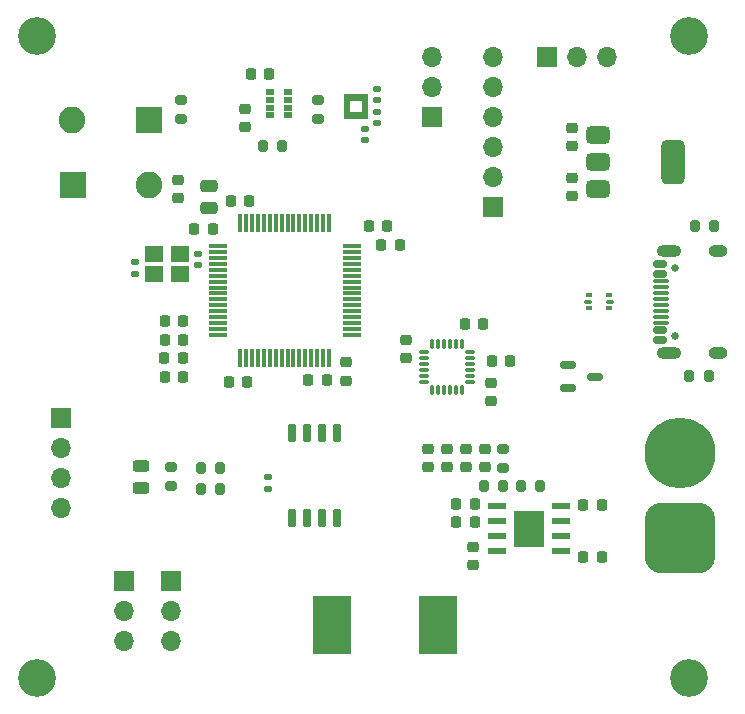
<source format=gbr>
%TF.GenerationSoftware,KiCad,Pcbnew,8.0.5*%
%TF.CreationDate,2024-09-26T23:28:09-07:00*%
%TF.ProjectId,STM32F405 Flight Controller,53544d33-3246-4343-9035-20466c696768,rev?*%
%TF.SameCoordinates,Original*%
%TF.FileFunction,Soldermask,Top*%
%TF.FilePolarity,Negative*%
%FSLAX46Y46*%
G04 Gerber Fmt 4.6, Leading zero omitted, Abs format (unit mm)*
G04 Created by KiCad (PCBNEW 8.0.5) date 2024-09-26 23:28:09*
%MOMM*%
%LPD*%
G01*
G04 APERTURE LIST*
G04 Aperture macros list*
%AMRoundRect*
0 Rectangle with rounded corners*
0 $1 Rounding radius*
0 $2 $3 $4 $5 $6 $7 $8 $9 X,Y pos of 4 corners*
0 Add a 4 corners polygon primitive as box body*
4,1,4,$2,$3,$4,$5,$6,$7,$8,$9,$2,$3,0*
0 Add four circle primitives for the rounded corners*
1,1,$1+$1,$2,$3*
1,1,$1+$1,$4,$5*
1,1,$1+$1,$6,$7*
1,1,$1+$1,$8,$9*
0 Add four rect primitives between the rounded corners*
20,1,$1+$1,$2,$3,$4,$5,0*
20,1,$1+$1,$4,$5,$6,$7,0*
20,1,$1+$1,$6,$7,$8,$9,0*
20,1,$1+$1,$8,$9,$2,$3,0*%
G04 Aperture macros list end*
%ADD10C,0.010000*%
%ADD11RoundRect,0.250000X0.475000X-0.250000X0.475000X0.250000X-0.475000X0.250000X-0.475000X-0.250000X0*%
%ADD12C,0.650000*%
%ADD13RoundRect,0.150000X0.450000X-0.150000X0.450000X0.150000X-0.450000X0.150000X-0.450000X-0.150000X0*%
%ADD14RoundRect,0.075000X0.575000X-0.075000X0.575000X0.075000X-0.575000X0.075000X-0.575000X-0.075000X0*%
%ADD15O,2.100000X1.000000*%
%ADD16O,1.600000X1.000000*%
%ADD17RoundRect,0.225000X-0.250000X0.225000X-0.250000X-0.225000X0.250000X-0.225000X0.250000X0.225000X0*%
%ADD18RoundRect,0.225000X0.225000X0.250000X-0.225000X0.250000X-0.225000X-0.250000X0.225000X-0.250000X0*%
%ADD19RoundRect,0.200000X0.200000X0.275000X-0.200000X0.275000X-0.200000X-0.275000X0.200000X-0.275000X0*%
%ADD20RoundRect,0.218750X-0.218750X-0.256250X0.218750X-0.256250X0.218750X0.256250X-0.218750X0.256250X0*%
%ADD21RoundRect,0.200000X0.275000X-0.200000X0.275000X0.200000X-0.275000X0.200000X-0.275000X-0.200000X0*%
%ADD22R,2.600000X3.100000*%
%ADD23R,1.550000X0.600000*%
%ADD24R,2.250000X2.250000*%
%ADD25C,2.250000*%
%ADD26RoundRect,0.140000X0.170000X-0.140000X0.170000X0.140000X-0.170000X0.140000X-0.170000X-0.140000X0*%
%ADD27RoundRect,0.140000X-0.170000X0.140000X-0.170000X-0.140000X0.170000X-0.140000X0.170000X0.140000X0*%
%ADD28RoundRect,0.225000X-0.225000X-0.250000X0.225000X-0.250000X0.225000X0.250000X-0.225000X0.250000X0*%
%ADD29RoundRect,0.075000X-0.700000X-0.075000X0.700000X-0.075000X0.700000X0.075000X-0.700000X0.075000X0*%
%ADD30RoundRect,0.075000X-0.075000X-0.700000X0.075000X-0.700000X0.075000X0.700000X-0.075000X0.700000X0*%
%ADD31RoundRect,0.093750X0.156250X0.093750X-0.156250X0.093750X-0.156250X-0.093750X0.156250X-0.093750X0*%
%ADD32RoundRect,0.075000X0.250000X0.075000X-0.250000X0.075000X-0.250000X-0.075000X0.250000X-0.075000X0*%
%ADD33RoundRect,0.135000X-0.185000X0.135000X-0.185000X-0.135000X0.185000X-0.135000X0.185000X0.135000X0*%
%ADD34R,1.700000X1.700000*%
%ADD35O,1.700000X1.700000*%
%ADD36RoundRect,0.200000X-0.200000X-0.275000X0.200000X-0.275000X0.200000X0.275000X-0.200000X0.275000X0*%
%ADD37C,3.200000*%
%ADD38RoundRect,0.150000X0.150000X-0.650000X0.150000X0.650000X-0.150000X0.650000X-0.150000X-0.650000X0*%
%ADD39RoundRect,0.102000X-0.250000X-0.175000X0.250000X-0.175000X0.250000X0.175000X-0.250000X0.175000X0*%
%ADD40RoundRect,1.500000X1.500000X-1.500000X1.500000X1.500000X-1.500000X1.500000X-1.500000X-1.500000X0*%
%ADD41C,6.000000*%
%ADD42RoundRect,0.375000X-0.625000X-0.375000X0.625000X-0.375000X0.625000X0.375000X-0.625000X0.375000X0*%
%ADD43RoundRect,0.500000X-0.500000X-1.400000X0.500000X-1.400000X0.500000X1.400000X-0.500000X1.400000X0*%
%ADD44RoundRect,0.225000X0.250000X-0.225000X0.250000X0.225000X-0.250000X0.225000X-0.250000X-0.225000X0*%
%ADD45R,3.175000X4.950000*%
%ADD46RoundRect,0.102000X-0.700000X0.600000X-0.700000X-0.600000X0.700000X-0.600000X0.700000X0.600000X0*%
%ADD47RoundRect,0.243750X0.456250X-0.243750X0.456250X0.243750X-0.456250X0.243750X-0.456250X-0.243750X0*%
%ADD48RoundRect,0.200000X-0.275000X0.200000X-0.275000X-0.200000X0.275000X-0.200000X0.275000X0.200000X0*%
%ADD49RoundRect,0.150000X-0.512500X-0.150000X0.512500X-0.150000X0.512500X0.150000X-0.512500X0.150000X0*%
%ADD50RoundRect,0.075000X0.075000X-0.350000X0.075000X0.350000X-0.075000X0.350000X-0.075000X-0.350000X0*%
%ADD51RoundRect,0.075000X0.350000X0.075000X-0.350000X0.075000X-0.350000X-0.075000X0.350000X-0.075000X0*%
G04 APERTURE END LIST*
D10*
%TO.C,U5*%
X155185000Y-67382500D02*
X154710000Y-67382500D01*
X154710000Y-66932500D01*
X155185000Y-66932500D01*
X155185000Y-67382500D01*
G36*
X155185000Y-67382500D02*
G01*
X154710000Y-67382500D01*
X154710000Y-66932500D01*
X155185000Y-66932500D01*
X155185000Y-67382500D01*
G37*
X155185000Y-67882500D02*
X154710000Y-67882500D01*
X154710000Y-67432500D01*
X155185000Y-67432500D01*
X155185000Y-67882500D01*
G36*
X155185000Y-67882500D02*
G01*
X154710000Y-67882500D01*
X154710000Y-67432500D01*
X155185000Y-67432500D01*
X155185000Y-67882500D01*
G37*
X155185000Y-66882500D02*
X154735000Y-66882500D01*
X154735000Y-66407500D01*
X155185000Y-66407500D01*
X155185000Y-66882500D01*
G36*
X155185000Y-66882500D02*
G01*
X154735000Y-66882500D01*
X154735000Y-66407500D01*
X155185000Y-66407500D01*
X155185000Y-66882500D01*
G37*
X155185000Y-68407500D02*
X154735000Y-68407500D01*
X154735000Y-67932500D01*
X155185000Y-67932500D01*
X155185000Y-68407500D01*
G36*
X155185000Y-68407500D02*
G01*
X154735000Y-68407500D01*
X154735000Y-67932500D01*
X155185000Y-67932500D01*
X155185000Y-68407500D01*
G37*
X155685000Y-66882500D02*
X155235000Y-66882500D01*
X155235000Y-66407500D01*
X155685000Y-66407500D01*
X155685000Y-66882500D01*
G36*
X155685000Y-66882500D02*
G01*
X155235000Y-66882500D01*
X155235000Y-66407500D01*
X155685000Y-66407500D01*
X155685000Y-66882500D01*
G37*
X155685000Y-68407500D02*
X155235000Y-68407500D01*
X155235000Y-67932500D01*
X155685000Y-67932500D01*
X155685000Y-68407500D01*
G36*
X155685000Y-68407500D02*
G01*
X155235000Y-68407500D01*
X155235000Y-67932500D01*
X155685000Y-67932500D01*
X155685000Y-68407500D01*
G37*
X156185000Y-66882500D02*
X155735000Y-66882500D01*
X155735000Y-66407500D01*
X156185000Y-66407500D01*
X156185000Y-66882500D01*
G36*
X156185000Y-66882500D02*
G01*
X155735000Y-66882500D01*
X155735000Y-66407500D01*
X156185000Y-66407500D01*
X156185000Y-66882500D01*
G37*
X156185000Y-68407500D02*
X155735000Y-68407500D01*
X155735000Y-67932500D01*
X156185000Y-67932500D01*
X156185000Y-68407500D01*
G36*
X156185000Y-68407500D02*
G01*
X155735000Y-68407500D01*
X155735000Y-67932500D01*
X156185000Y-67932500D01*
X156185000Y-68407500D01*
G37*
X156685000Y-66882500D02*
X156235000Y-66882500D01*
X156235000Y-66407500D01*
X156685000Y-66407500D01*
X156685000Y-66882500D01*
G36*
X156685000Y-66882500D02*
G01*
X156235000Y-66882500D01*
X156235000Y-66407500D01*
X156685000Y-66407500D01*
X156685000Y-66882500D01*
G37*
X156710000Y-67382500D02*
X156235000Y-67382500D01*
X156235000Y-66932500D01*
X156710000Y-66932500D01*
X156710000Y-67382500D01*
G36*
X156710000Y-67382500D02*
G01*
X156235000Y-67382500D01*
X156235000Y-66932500D01*
X156710000Y-66932500D01*
X156710000Y-67382500D01*
G37*
X156710000Y-67882500D02*
X156235000Y-67882500D01*
X156235000Y-67432500D01*
X156710000Y-67432500D01*
X156710000Y-67882500D01*
G36*
X156710000Y-67882500D02*
G01*
X156235000Y-67882500D01*
X156235000Y-67432500D01*
X156710000Y-67432500D01*
X156710000Y-67882500D01*
G37*
X156685000Y-68407500D02*
X156235000Y-68407500D01*
X156235000Y-67932500D01*
X156685000Y-67932500D01*
X156685000Y-68407500D01*
G36*
X156685000Y-68407500D02*
G01*
X156235000Y-68407500D01*
X156235000Y-67932500D01*
X156685000Y-67932500D01*
X156685000Y-68407500D01*
G37*
%TD*%
D11*
%TO.C,C8*%
X143300000Y-76050000D03*
X143300000Y-74150000D03*
%TD*%
D12*
%TO.C,J1*%
X182720000Y-86870000D03*
X182720000Y-81090000D03*
D13*
X181480000Y-87180000D03*
X181480000Y-86380000D03*
D14*
X181580000Y-85230000D03*
X181580000Y-84230000D03*
X181580000Y-83730000D03*
X181580000Y-82730000D03*
D13*
X181480000Y-81580000D03*
X181480000Y-80780000D03*
X181480000Y-80780000D03*
X181480000Y-81580000D03*
D14*
X181580000Y-82230000D03*
X181580000Y-83230000D03*
X181580000Y-84730000D03*
X181580000Y-85730000D03*
D13*
X181480000Y-86380000D03*
X181480000Y-87180000D03*
D15*
X182220000Y-88300000D03*
D16*
X186400000Y-88300000D03*
D15*
X182220000Y-79660000D03*
D16*
X186400000Y-79660000D03*
%TD*%
D17*
%TO.C,C34*%
X159980000Y-87170000D03*
X159980000Y-88720000D03*
%TD*%
%TO.C,C5*%
X154879750Y-89095500D03*
X154879750Y-90645500D03*
%TD*%
D18*
%TO.C,C33*%
X168805000Y-89000000D03*
X167255000Y-89000000D03*
%TD*%
%TO.C,C9*%
X141094554Y-85622298D03*
X139544554Y-85622298D03*
%TD*%
%TO.C,C19*%
X165786748Y-101090892D03*
X164236748Y-101090892D03*
%TD*%
D19*
%TO.C,R4*%
X171325000Y-99555000D03*
X169675000Y-99555000D03*
%TD*%
D20*
%TO.C,FB1*%
X139519500Y-88729250D03*
X141094500Y-88729250D03*
%TD*%
D21*
%TO.C,R9*%
X140045000Y-99600000D03*
X140045000Y-97950000D03*
%TD*%
D22*
%TO.C,U7*%
X170400000Y-103200000D03*
D23*
X173100000Y-105105000D03*
X173100000Y-103835000D03*
X173100000Y-102565000D03*
X173100000Y-101295000D03*
X167700000Y-101295000D03*
X167700000Y-102565000D03*
X167700000Y-103835000D03*
X167700000Y-105105000D03*
%TD*%
D24*
%TO.C,SW2*%
X131750000Y-74100000D03*
D25*
X138250000Y-74100000D03*
%TD*%
D26*
%TO.C,C14*%
X157557500Y-66895000D03*
X157557500Y-65935000D03*
%TD*%
D17*
%TO.C,C25*%
X174050000Y-73444788D03*
X174050000Y-74994788D03*
%TD*%
D27*
%TO.C,C29*%
X142400000Y-79920000D03*
X142400000Y-80880000D03*
%TD*%
D18*
%TO.C,C17*%
X165785000Y-102635000D03*
X164235000Y-102635000D03*
%TD*%
%TO.C,C2*%
X148400000Y-64700000D03*
X146850000Y-64700000D03*
%TD*%
D28*
%TO.C,C15*%
X174982962Y-105546201D03*
X176532962Y-105546201D03*
%TD*%
D29*
%TO.C,U1*%
X144019000Y-79258500D03*
X144019000Y-79758500D03*
X144019000Y-80258500D03*
X144019000Y-80758500D03*
X144019000Y-81258500D03*
X144019000Y-81758500D03*
X144019000Y-82258500D03*
X144019000Y-82758500D03*
X144019000Y-83258500D03*
X144019000Y-83758500D03*
X144019000Y-84258500D03*
X144019000Y-84758500D03*
X144019000Y-85258500D03*
X144019000Y-85758500D03*
X144019000Y-86258500D03*
X144019000Y-86758500D03*
D30*
X145944000Y-88683500D03*
X146444000Y-88683500D03*
X146944000Y-88683500D03*
X147444000Y-88683500D03*
X147944000Y-88683500D03*
X148444000Y-88683500D03*
X148944000Y-88683500D03*
X149444000Y-88683500D03*
X149944000Y-88683500D03*
X150444000Y-88683500D03*
X150944000Y-88683500D03*
X151444000Y-88683500D03*
X151944000Y-88683500D03*
X152444000Y-88683500D03*
X152944000Y-88683500D03*
X153444000Y-88683500D03*
D29*
X155369000Y-86758500D03*
X155369000Y-86258500D03*
X155369000Y-85758500D03*
X155369000Y-85258500D03*
X155369000Y-84758500D03*
X155369000Y-84258500D03*
X155369000Y-83758500D03*
X155369000Y-83258500D03*
X155369000Y-82758500D03*
X155369000Y-82258500D03*
X155369000Y-81758500D03*
X155369000Y-81258500D03*
X155369000Y-80758500D03*
X155369000Y-80258500D03*
X155369000Y-79758500D03*
X155369000Y-79258500D03*
D30*
X153444000Y-77333500D03*
X152944000Y-77333500D03*
X152444000Y-77333500D03*
X151944000Y-77333500D03*
X151444000Y-77333500D03*
X150944000Y-77333500D03*
X150444000Y-77333500D03*
X149944000Y-77333500D03*
X149444000Y-77333500D03*
X148944000Y-77333500D03*
X148444000Y-77333500D03*
X147944000Y-77333500D03*
X147444000Y-77333500D03*
X146944000Y-77333500D03*
X146444000Y-77333500D03*
X145944000Y-77333500D03*
%TD*%
D18*
%TO.C,C26*%
X153260000Y-90620000D03*
X151710000Y-90620000D03*
%TD*%
D31*
%TO.C,D1*%
X175447119Y-84500000D03*
D32*
X175372119Y-83962500D03*
D31*
X175447119Y-83425000D03*
X177147119Y-83425000D03*
D32*
X177222119Y-83962500D03*
D31*
X177147119Y-84500000D03*
%TD*%
D33*
%TO.C,R12*%
X148300000Y-98790000D03*
X148300000Y-99810000D03*
%TD*%
D34*
%TO.C,J3*%
X136075000Y-107600000D03*
D35*
X136075000Y-110140000D03*
X136075000Y-112680000D03*
%TD*%
D36*
%TO.C,R5*%
X166575000Y-99535000D03*
X168225000Y-99535000D03*
%TD*%
D37*
%TO.C,H4*%
X183896000Y-115824000D03*
%TD*%
D38*
%TO.C,U8*%
X150295000Y-102300000D03*
X151565000Y-102300000D03*
X152835000Y-102300000D03*
X154105000Y-102300000D03*
X154105000Y-95100000D03*
X152835000Y-95100000D03*
X151565000Y-95100000D03*
X150295000Y-95100000D03*
%TD*%
D27*
%TO.C,C12*%
X156500000Y-69320000D03*
X156500000Y-70280000D03*
%TD*%
D36*
%TO.C,R2*%
X184440000Y-77560000D03*
X186090000Y-77560000D03*
%TD*%
D17*
%TO.C,C1*%
X146300000Y-67650000D03*
X146300000Y-69200000D03*
%TD*%
D39*
%TO.C,U3*%
X150020000Y-66230000D03*
X150020000Y-66880000D03*
X150020000Y-67530000D03*
X150020000Y-68180000D03*
X148420000Y-68180000D03*
X148420000Y-67530000D03*
X148420000Y-66880000D03*
X148420000Y-66230000D03*
%TD*%
D28*
%TO.C,C32*%
X164927887Y-85816283D03*
X166477887Y-85816283D03*
%TD*%
D37*
%TO.C,H2*%
X183896000Y-61468000D03*
%TD*%
D18*
%TO.C,C10*%
X141089500Y-87179250D03*
X139539500Y-87179250D03*
%TD*%
%TO.C,C7*%
X143600000Y-77800000D03*
X142050000Y-77800000D03*
%TD*%
D17*
%TO.C,C22*%
X165018318Y-96440000D03*
X165018318Y-97990000D03*
%TD*%
D40*
%TO.C,J2*%
X183200000Y-104000000D03*
D41*
X183200000Y-96800000D03*
%TD*%
D37*
%TO.C,H1*%
X128700000Y-61500000D03*
%TD*%
D19*
%TO.C,R10*%
X144235000Y-99808000D03*
X142585000Y-99808000D03*
%TD*%
D18*
%TO.C,C6*%
X146500000Y-90765750D03*
X144950000Y-90765750D03*
%TD*%
D28*
%TO.C,C11*%
X139550000Y-90300000D03*
X141100000Y-90300000D03*
%TD*%
D17*
%TO.C,C23*%
X166618318Y-96440000D03*
X166618318Y-97990000D03*
%TD*%
%TO.C,C20*%
X161818318Y-96415000D03*
X161818318Y-97965000D03*
%TD*%
D42*
%TO.C,U4*%
X176250000Y-69800000D03*
X176250000Y-72100000D03*
D43*
X182550000Y-72100000D03*
D42*
X176250000Y-74400000D03*
%TD*%
D36*
%TO.C,R8*%
X147850000Y-70800000D03*
X149500000Y-70800000D03*
%TD*%
D44*
%TO.C,C31*%
X167200000Y-92375000D03*
X167200000Y-90825000D03*
%TD*%
D34*
%TO.C,J7*%
X167300000Y-75900000D03*
D35*
X167300000Y-73360000D03*
X167300000Y-70820000D03*
X167300000Y-68280000D03*
X167300000Y-65740000D03*
X167300000Y-63200000D03*
%TD*%
D34*
%TO.C,J4*%
X140100000Y-107625000D03*
D35*
X140100000Y-110165000D03*
X140100000Y-112705000D03*
%TD*%
D34*
%TO.C,J5*%
X162200000Y-68300000D03*
D35*
X162200000Y-65760000D03*
X162200000Y-63220000D03*
%TD*%
D45*
%TO.C,L1*%
X162707500Y-111300000D03*
X153692500Y-111300000D03*
%TD*%
D44*
%TO.C,C28*%
X140700000Y-75200000D03*
X140700000Y-73650000D03*
%TD*%
D34*
%TO.C,U6*%
X130800000Y-93820000D03*
D35*
X130800000Y-96360000D03*
X130800000Y-98900000D03*
X130800000Y-101440000D03*
%TD*%
D46*
%TO.C,Y1*%
X140800000Y-79900000D03*
X138600000Y-79900000D03*
X138600000Y-81600000D03*
X140800000Y-81600000D03*
%TD*%
D47*
%TO.C,D3*%
X137505000Y-99712500D03*
X137505000Y-97837500D03*
%TD*%
D27*
%TO.C,C30*%
X137000000Y-80620000D03*
X137000000Y-81580000D03*
%TD*%
D36*
%TO.C,R1*%
X183965000Y-90220000D03*
X185615000Y-90220000D03*
%TD*%
D21*
%TO.C,R6*%
X168200000Y-98060000D03*
X168200000Y-96410000D03*
%TD*%
D28*
%TO.C,C3*%
X145150000Y-75400000D03*
X146700000Y-75400000D03*
%TD*%
D24*
%TO.C,SW1*%
X138200000Y-68600000D03*
D25*
X131700000Y-68600000D03*
%TD*%
D17*
%TO.C,C18*%
X165628750Y-104731250D03*
X165628750Y-106281250D03*
%TD*%
D28*
%TO.C,C4*%
X156805000Y-77580000D03*
X158355000Y-77580000D03*
%TD*%
%TO.C,C27*%
X157885000Y-79180000D03*
X159435000Y-79180000D03*
%TD*%
D48*
%TO.C,R7*%
X152500000Y-66875000D03*
X152500000Y-68525000D03*
%TD*%
D49*
%TO.C,D2*%
X173675000Y-89350000D03*
X173675000Y-91250000D03*
X175950000Y-90300000D03*
%TD*%
D36*
%TO.C,R11*%
X142585000Y-98030000D03*
X144235000Y-98030000D03*
%TD*%
D44*
%TO.C,C24*%
X174050000Y-70775000D03*
X174050000Y-69225000D03*
%TD*%
D17*
%TO.C,C21*%
X163418318Y-96440000D03*
X163418318Y-97990000D03*
%TD*%
D48*
%TO.C,R3*%
X140900000Y-66875000D03*
X140900000Y-68525000D03*
%TD*%
D37*
%TO.C,H3*%
X128700000Y-115800000D03*
%TD*%
D28*
%TO.C,C16*%
X174997897Y-101188032D03*
X176547897Y-101188032D03*
%TD*%
D50*
%TO.C,U2*%
X162210000Y-91420000D03*
X162710000Y-91420000D03*
X163210000Y-91420000D03*
X163710000Y-91420000D03*
X164210000Y-91420000D03*
X164710000Y-91420000D03*
D51*
X165410000Y-90720000D03*
X165410000Y-90220000D03*
X165410000Y-89720000D03*
X165410000Y-89220000D03*
X165410000Y-88720000D03*
X165410000Y-88220000D03*
D50*
X164710000Y-87520000D03*
X164210000Y-87520000D03*
X163710000Y-87520000D03*
X163210000Y-87520000D03*
X162710000Y-87520000D03*
X162210000Y-87520000D03*
D51*
X161510000Y-88220000D03*
X161510000Y-88720000D03*
X161510000Y-89220000D03*
X161510000Y-89720000D03*
X161510000Y-90220000D03*
X161510000Y-90720000D03*
%TD*%
D34*
%TO.C,J6*%
X171920000Y-63200000D03*
D35*
X174460000Y-63200000D03*
X177000000Y-63200000D03*
%TD*%
D27*
%TO.C,C13*%
X157557500Y-67885000D03*
X157557500Y-68845000D03*
%TD*%
M02*

</source>
